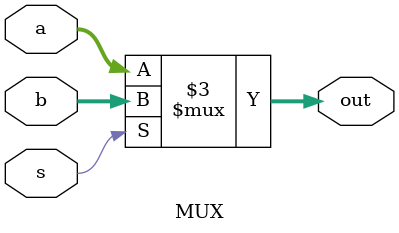
<source format=v>
module MUX #(parameter Width = 32)(input [Width-1 : 0] a,b,
 input  s,
 output reg [Width-1 : 0] out);

always @(s or a or b)
begin
out = (s == 1'b0) ? a : b;
end
endmodule
</source>
